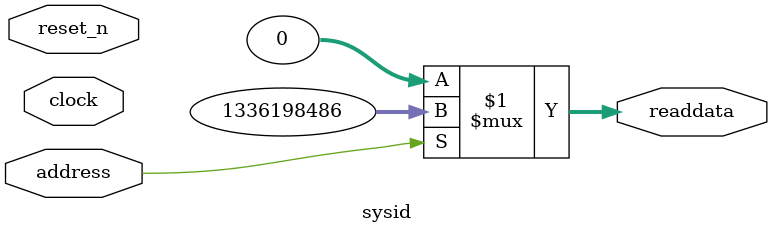
<source format=v>

`timescale 1ns / 1ps
// synthesis translate_on

// turn off superfluous verilog processor warnings 
// altera message_level Level1 
// altera message_off 10034 10035 10036 10037 10230 10240 10030 

module sysid (
               // inputs:
                address,
                clock,
                reset_n,

               // outputs:
                readdata
             )
;

  output  [ 31: 0] readdata;
  input            address;
  input            clock;
  input            reset_n;

  wire    [ 31: 0] readdata;
  //control_slave, which is an e_avalon_slave
  assign readdata = address ? 1336198486 : 0;

endmodule


</source>
